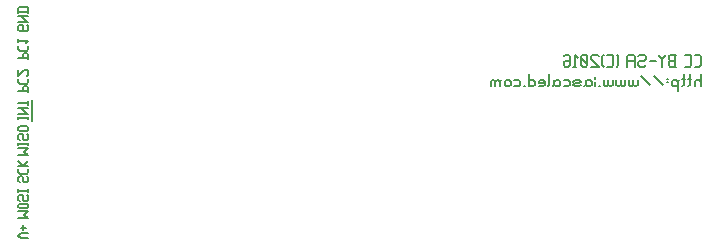
<source format=gbr>
G04 start of page 9 for group -4078 idx -4078 *
G04 Title: (unknown), bottomsilk *
G04 Creator: pcb 20110918 *
G04 CreationDate: Tue 05 Jan 2016 03:28:34 AM GMT UTC *
G04 For: railfan *
G04 Format: Gerber/RS-274X *
G04 PCB-Dimensions: 250000 175000 *
G04 PCB-Coordinate-Origin: lower left *
%MOIN*%
%FSLAX25Y25*%
%LNBOTTOMSILK*%
%ADD114C,0.0080*%
G54D114*X7500Y51500D02*Y44500D01*
X3000Y65400D02*X6200D01*
Y65000D02*Y66600D01*
X5800Y67000D01*
X5000D02*X5800D01*
X4600Y66600D02*X5000Y67000D01*
X4600Y65400D02*Y66600D01*
X3000Y68360D02*Y69560D01*
X3400Y67960D02*X3000Y68360D01*
X3400Y67960D02*X5800D01*
X6200Y68360D01*
Y69560D01*
X3000Y70920D02*Y71720D01*
Y71320D02*X6200D01*
X5400Y70520D02*X6200Y71320D01*
X3000Y54400D02*X6200D01*
Y54000D02*Y55600D01*
X5800Y56000D01*
X5000D02*X5800D01*
X4600Y55600D02*X5000Y56000D01*
X4600Y54400D02*Y55600D01*
X3000Y57360D02*Y58560D01*
X3400Y56960D02*X3000Y57360D01*
X3400Y56960D02*X5800D01*
X6200Y57360D01*
Y58560D01*
X5800Y59520D02*X6200Y59920D01*
Y61120D01*
X5800Y61520D01*
X5000D02*X5800D01*
X3000Y59520D02*X5000Y61520D01*
X3000Y59520D02*Y61520D01*
X6200Y45000D02*Y45800D01*
X3000Y45400D02*X6200D01*
X3000Y45000D02*Y45800D01*
Y46760D02*X6200D01*
X5800D02*X6200D01*
X5800D02*X3800Y48760D01*
X3000D02*X6200D01*
Y49720D02*Y51320D01*
X3000Y50520D02*X6200D01*
X3000Y33000D02*X6200D01*
X5000Y34200D01*
X6200Y35400D01*
X3000D02*X6200D01*
Y36360D02*Y37160D01*
X3000Y36760D02*X6200D01*
X3000Y36360D02*Y37160D01*
X6200Y39720D02*X5800Y40120D01*
X6200Y38520D02*Y39720D01*
X5800Y38120D02*X6200Y38520D01*
X5000Y38120D02*X5800D01*
X5000D02*X4600Y38520D01*
Y39720D01*
X4200Y40120D01*
X3400D02*X4200D01*
X3000Y39720D02*X3400Y40120D01*
X3000Y38520D02*Y39720D01*
X3400Y38120D02*X3000Y38520D01*
X3400Y41080D02*X5800D01*
X6200Y41480D01*
Y42280D01*
X5800Y42680D01*
X3400D02*X5800D01*
X3000Y42280D02*X3400Y42680D01*
X3000Y41480D02*Y42280D01*
X3400Y41080D02*X3000Y41480D01*
X6200Y25600D02*X5800Y26000D01*
X6200Y24400D02*Y25600D01*
X5800Y24000D02*X6200Y24400D01*
X5000Y24000D02*X5800D01*
X5000D02*X4600Y24400D01*
Y25600D01*
X4200Y26000D01*
X3400D02*X4200D01*
X3000Y25600D02*X3400Y26000D01*
X3000Y24400D02*Y25600D01*
X3400Y24000D02*X3000Y24400D01*
Y27360D02*Y28560D01*
X3400Y26960D02*X3000Y27360D01*
X3400Y26960D02*X5800D01*
X6200Y27360D01*
Y28560D01*
X3000Y29520D02*X6200D01*
X4600D02*X6200Y31120D01*
X4600Y29520D02*X3000Y31120D01*
X228500Y62500D02*X230000D01*
X230500Y63000D02*X230000Y62500D01*
X230500Y63000D02*Y66000D01*
X230000Y66500D01*
X228500D02*X230000D01*
X225300Y62500D02*X226800D01*
X227300Y63000D02*X226800Y62500D01*
X227300Y63000D02*Y66000D01*
X226800Y66500D01*
X225300D02*X226800D01*
X220300Y62500D02*X222300D01*
X220300D02*X219800Y63000D01*
Y64000D01*
X220300Y64500D02*X219800Y64000D01*
X220300Y64500D02*X221800D01*
Y62500D02*Y66500D01*
X220300D02*X222300D01*
X220300D02*X219800Y66000D01*
Y65000D02*Y66000D01*
X220300Y64500D02*X219800Y65000D01*
X218600Y66000D02*Y66500D01*
Y66000D02*X217600Y65000D01*
X216600Y66000D01*
Y66500D01*
X217600Y62500D02*Y65000D01*
X213400Y64500D02*X215400D01*
X210200Y66500D02*X209700Y66000D01*
X210200Y66500D02*X211700D01*
X212200Y66000D02*X211700Y66500D01*
X212200Y65000D02*Y66000D01*
Y65000D02*X211700Y64500D01*
X210200D02*X211700D01*
X210200D02*X209700Y64000D01*
Y63000D02*Y64000D01*
X210200Y62500D02*X209700Y63000D01*
X210200Y62500D02*X211700D01*
X212200Y63000D02*X211700Y62500D01*
X208500D02*Y66000D01*
X208000Y66500D01*
X206500D02*X208000D01*
X206500D02*X206000Y66000D01*
Y62500D02*Y66000D01*
Y64500D02*X208500D01*
X203000Y63000D02*X202500Y62500D01*
X203000Y66000D02*X202500Y66500D01*
X203000Y63000D02*Y66000D01*
X199300Y62500D02*X200800D01*
X201300Y63000D02*X200800Y62500D01*
X201300Y63000D02*Y66000D01*
X200800Y66500D01*
X199300D02*X200800D01*
X198100D02*X197600Y66000D01*
Y63000D02*Y66000D01*
X198100Y62500D02*X197600Y63000D01*
X196400Y66000D02*X195900Y66500D01*
X194400D02*X195900D01*
X194400D02*X193900Y66000D01*
Y65000D02*Y66000D01*
X196400Y62500D02*X193900Y65000D01*
Y62500D02*X196400D01*
X192700Y63000D02*X192200Y62500D01*
X192700Y63000D02*Y66000D01*
X192200Y66500D01*
X191200D02*X192200D01*
X191200D02*X190700Y66000D01*
Y63000D02*Y66000D01*
X191200Y62500D02*X190700Y63000D01*
X191200Y62500D02*X192200D01*
X192700Y63500D02*X190700Y65500D01*
X188000Y62500D02*X189000D01*
X188500D02*Y66500D01*
X189500Y65500D02*X188500Y66500D01*
X185300D02*X184800Y66000D01*
X185300Y66500D02*X186300D01*
X186800Y66000D02*X186300Y66500D01*
X186800Y63000D02*Y66000D01*
Y63000D02*X186300Y62500D01*
X185300Y64500D02*X184800Y64000D01*
X185300Y64500D02*X186800D01*
X185300Y62500D02*X186300D01*
X185300D02*X184800Y63000D01*
Y64000D01*
X230500Y56000D02*Y60000D01*
Y57500D02*X230000Y58000D01*
X229000D02*X230000D01*
X229000D02*X228500Y57500D01*
Y56000D02*Y57500D01*
X226800Y56500D02*Y60000D01*
Y56500D02*X226300Y56000D01*
Y58500D02*X227300D01*
X224800Y56500D02*Y60000D01*
Y56500D02*X224300Y56000D01*
Y58500D02*X225300D01*
X222800Y54500D02*Y57500D01*
X223300Y58000D02*X222800Y57500D01*
X222300Y58000D01*
X221300D02*X222300D01*
X221300D02*X220800Y57500D01*
Y56500D02*Y57500D01*
X221300Y56000D02*X220800Y56500D01*
X221300Y56000D02*X222300D01*
X222800Y56500D02*X222300Y56000D01*
X219100Y58500D02*X219600D01*
X219100Y57500D02*X219600D01*
X217900Y56500D02*X214900Y59500D01*
X213700Y56500D02*X210700Y59500D01*
X209500Y56500D02*Y58000D01*
Y56500D02*X209000Y56000D01*
X208500D02*X209000D01*
X208500D02*X208000Y56500D01*
Y58000D01*
Y56500D02*X207500Y56000D01*
X207000D02*X207500D01*
X207000D02*X206500Y56500D01*
Y58000D01*
X205300Y56500D02*Y58000D01*
Y56500D02*X204800Y56000D01*
X204300D02*X204800D01*
X204300D02*X203800Y56500D01*
Y58000D01*
Y56500D02*X203300Y56000D01*
X202800D02*X203300D01*
X202800D02*X202300Y56500D01*
Y58000D01*
X201100Y56500D02*Y58000D01*
Y56500D02*X200600Y56000D01*
X200100D02*X200600D01*
X200100D02*X199600Y56500D01*
Y58000D01*
Y56500D02*X199100Y56000D01*
X198600D02*X199100D01*
X198600D02*X198100Y56500D01*
Y58000D01*
X196400Y56000D02*X196900D01*
X195200Y58500D02*Y59000D01*
Y56000D02*Y57500D01*
X192700Y58000D02*X192200Y57500D01*
X192700Y58000D02*X193700D01*
X194200Y57500D02*X193700Y58000D01*
X194200Y56500D02*Y57500D01*
Y56500D02*X193700Y56000D01*
X192200Y56500D02*Y58000D01*
Y56500D02*X191700Y56000D01*
X192700D02*X193700D01*
X192700D02*X192200Y56500D01*
X188500Y56000D02*X190000D01*
X188500D02*X188000Y56500D01*
X188500Y57000D02*X188000Y56500D01*
X188500Y57000D02*X190000D01*
X190500Y57500D02*X190000Y57000D01*
X190500Y57500D02*X190000Y58000D01*
X188500D02*X190000D01*
X188500D02*X188000Y57500D01*
X190500Y56500D02*X190000Y56000D01*
X184800Y58000D02*X186300D01*
X186800Y57500D02*X186300Y58000D01*
X186800Y56500D02*Y57500D01*
Y56500D02*X186300Y56000D01*
X184800D02*X186300D01*
X182100Y58000D02*X181600Y57500D01*
X182100Y58000D02*X183100D01*
X183600Y57500D02*X183100Y58000D01*
X183600Y56500D02*Y57500D01*
Y56500D02*X183100Y56000D01*
X181600Y56500D02*Y58000D01*
Y56500D02*X181100Y56000D01*
X182100D02*X183100D01*
X182100D02*X181600Y56500D01*
X179900D02*Y60000D01*
Y56500D02*X179400Y56000D01*
X176400D02*X177900D01*
X178400Y56500D02*X177900Y56000D01*
X178400Y56500D02*Y57500D01*
X177900Y58000D01*
X176900D02*X177900D01*
X176900D02*X176400Y57500D01*
Y57000D02*X178400D01*
X176400D02*Y57500D01*
X173200Y56000D02*Y60000D01*
X173700Y56000D02*X173200Y56500D01*
X173700Y56000D02*X174700D01*
X175200Y56500D02*X174700Y56000D01*
X175200Y56500D02*Y57500D01*
X174700Y58000D01*
X173700D02*X174700D01*
X173700D02*X173200Y57500D01*
X171500Y56000D02*X172000D01*
X168300Y58000D02*X169800D01*
X170300Y57500D02*X169800Y58000D01*
X170300Y56500D02*Y57500D01*
Y56500D02*X169800Y56000D01*
X168300D02*X169800D01*
X167100Y56500D02*Y57500D01*
X166600Y58000D01*
X165600D02*X166600D01*
X165600D02*X165100Y57500D01*
Y56500D02*Y57500D01*
X165600Y56000D02*X165100Y56500D01*
X165600Y56000D02*X166600D01*
X167100Y56500D02*X166600Y56000D01*
X163400D02*Y57500D01*
X162900Y58000D01*
X162400D02*X162900D01*
X162400D02*X161900Y57500D01*
Y56000D02*Y57500D01*
X161400Y58000D01*
X160900D02*X161400D01*
X160900D02*X160400Y57500D01*
Y56000D02*Y57500D01*
X163900Y58000D02*X163400Y57500D01*
X3000Y12000D02*X6200D01*
X5000Y13200D01*
X6200Y14400D01*
X3000D02*X6200D01*
X3400Y15360D02*X5800D01*
X6200Y15760D01*
Y16560D01*
X5800Y16960D01*
X3400D02*X5800D01*
X3000Y16560D02*X3400Y16960D01*
X3000Y15760D02*Y16560D01*
X3400Y15360D02*X3000Y15760D01*
X6200Y19520D02*X5800Y19920D01*
X6200Y18320D02*Y19520D01*
X5800Y17920D02*X6200Y18320D01*
X5000Y17920D02*X5800D01*
X5000D02*X4600Y18320D01*
Y19520D01*
X4200Y19920D01*
X3400D02*X4200D01*
X3000Y19520D02*X3400Y19920D01*
X3000Y18320D02*Y19520D01*
X3400Y17920D02*X3000Y18320D01*
X6200Y20880D02*Y21680D01*
X3000Y21280D02*X6200D01*
X3000Y20880D02*Y21680D01*
X3800Y5500D02*X6200D01*
X3800D02*X3000Y6300D01*
X3800Y7100D01*
X6200D01*
X4600Y8060D02*Y9660D01*
X3800Y8860D02*X5400D01*
X6200Y76100D02*X5800Y76500D01*
X6200Y74900D02*Y76100D01*
X5800Y74500D02*X6200Y74900D01*
X3400Y74500D02*X5800D01*
X3400D02*X3000Y74900D01*
Y76100D01*
X3400Y76500D01*
X4200D01*
X4600Y76100D02*X4200Y76500D01*
X4600Y75300D02*Y76100D01*
X3000Y77460D02*X6200D01*
X5800D02*X6200D01*
X5800D02*X3800Y79460D01*
X3000D02*X6200D01*
X3000Y80820D02*X6200D01*
Y82020D02*X5800Y82420D01*
X3400D02*X5800D01*
X3000Y82020D02*X3400Y82420D01*
X3000Y80420D02*Y82020D01*
X6200Y80420D02*Y82020D01*
M02*

</source>
